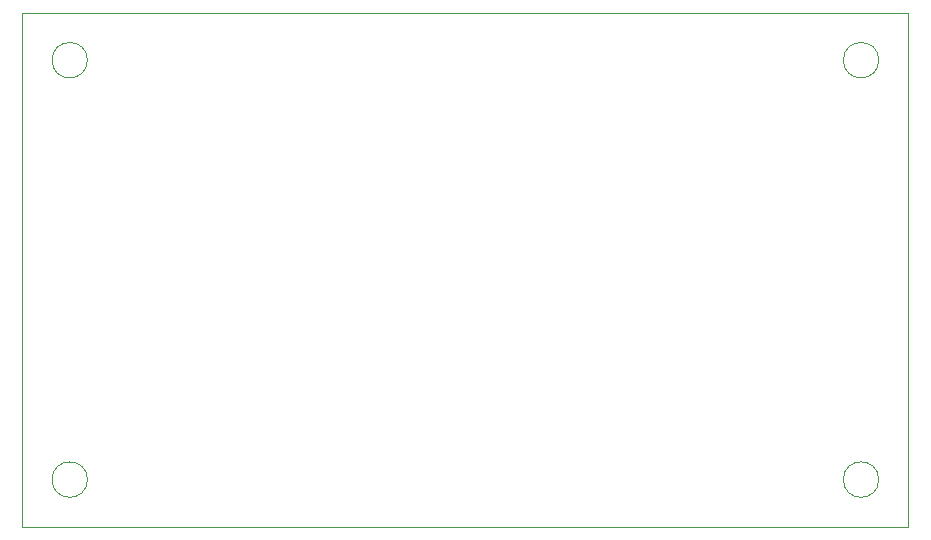
<source format=gm1>
G04 #@! TF.GenerationSoftware,KiCad,Pcbnew,(5.1.4-0-10_14)*
G04 #@! TF.CreationDate,2020-03-05T15:50:17+09:00*
G04 #@! TF.ProjectId,ReadoutBoard_v3_2,52656164-6f75-4744-926f-6172645f7633,rev?*
G04 #@! TF.SameCoordinates,Original*
G04 #@! TF.FileFunction,Profile,NP*
%FSLAX46Y46*%
G04 Gerber Fmt 4.6, Leading zero omitted, Abs format (unit mm)*
G04 Created by KiCad (PCBNEW (5.1.4-0-10_14)) date 2020-03-05 15:50:17*
%MOMM*%
%LPD*%
G04 APERTURE LIST*
%ADD10C,0.050000*%
G04 APERTURE END LIST*
D10*
X103500000Y-120510800D02*
G75*
G03X103500000Y-120510800I-1500000J0D01*
G01*
X170500000Y-120510800D02*
G75*
G03X170500000Y-120510800I-1500000J0D01*
G01*
X170500000Y-85000000D02*
G75*
G03X170500000Y-85000000I-1500000J0D01*
G01*
X103500000Y-85000000D02*
G75*
G03X103500000Y-85000000I-1500000J0D01*
G01*
X98000000Y-124510800D02*
X98000000Y-81000000D01*
X98000000Y-124510800D02*
X173000000Y-124510800D01*
X173000000Y-81000000D02*
X173000000Y-124510800D01*
X98000000Y-81000000D02*
X173000000Y-81000000D01*
M02*

</source>
